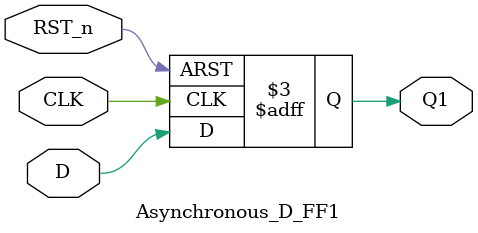
<source format=v>
`timescale 1ns / 1ps


module Asynchronous_D_FF1(CLK,D,RST_n,Q1 );
    input CLK;
    input D;
    input RST_n;
    output reg Q1;
   always@( posedge RST_n or negedge CLK)
   //always@(posedge RST_n or posedge CLK)
    begin
    if(RST_n==1)
    Q1<=1;
    else
    Q1<=D; 
    end
endmodule

</source>
